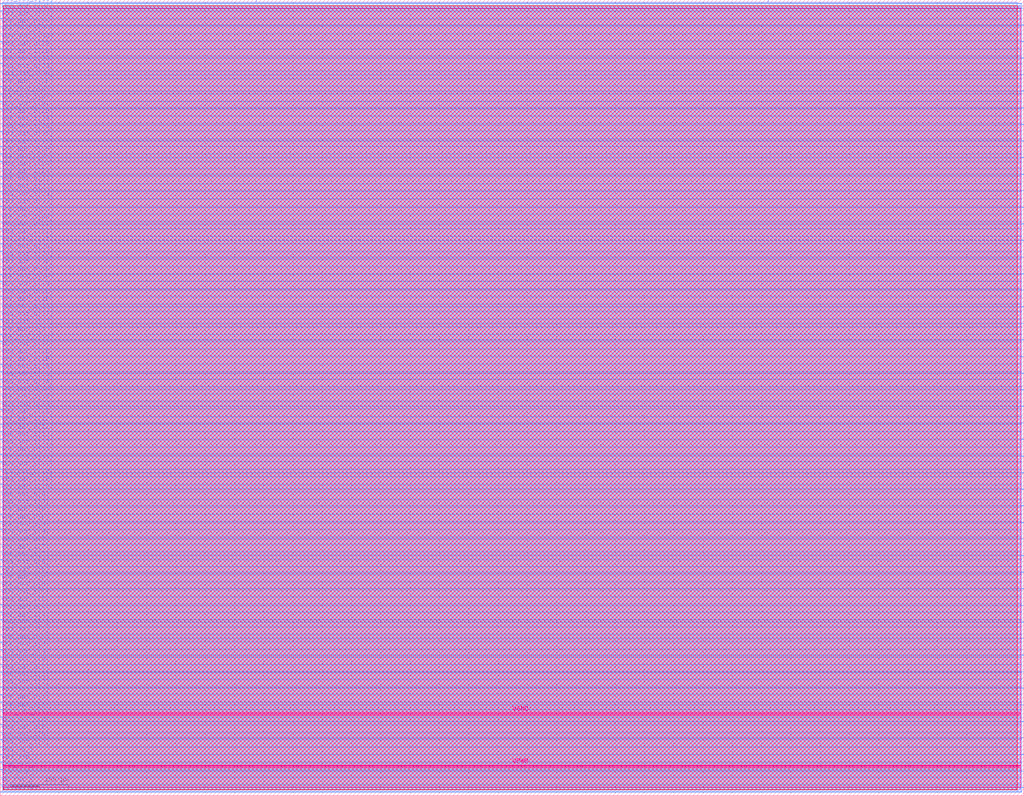
<source format=lef>
VERSION 5.7 ;
  NOWIREEXTENSIONATPIN ON ;
  DIVIDERCHAR "/" ;
  BUSBITCHARS "[]" ;
MACRO pyfive_top
  CLASS BLOCK ;
  FOREIGN pyfive_top ;
  ORIGIN 0.000 0.000 ;
  SIZE 1748.000 BY 1360.000 ;
  PIN io_in[0]
    DIRECTION INPUT ;
    PORT
      LAYER met3 ;
        RECT 1744.000 13.640 1748.000 14.240 ;
    END
  END io_in[0]
  PIN io_in[10]
    DIRECTION INPUT ;
    PORT
      LAYER met3 ;
        RECT 1744.000 863.640 1748.000 864.240 ;
    END
  END io_in[10]
  PIN io_in[11]
    DIRECTION INPUT ;
    PORT
      LAYER met3 ;
        RECT 1744.000 948.640 1748.000 949.240 ;
    END
  END io_in[11]
  PIN io_in[12]
    DIRECTION INPUT ;
    PORT
      LAYER met3 ;
        RECT 1744.000 1033.640 1748.000 1034.240 ;
    END
  END io_in[12]
  PIN io_in[13]
    DIRECTION INPUT ;
    PORT
      LAYER met3 ;
        RECT 1744.000 1118.640 1748.000 1119.240 ;
    END
  END io_in[13]
  PIN io_in[14]
    DIRECTION INPUT ;
    PORT
      LAYER met3 ;
        RECT 1744.000 1203.640 1748.000 1204.240 ;
    END
  END io_in[14]
  PIN io_in[15]
    DIRECTION INPUT ;
    PORT
      LAYER met3 ;
        RECT 1744.000 1288.640 1748.000 1289.240 ;
    END
  END io_in[15]
  PIN io_in[1]
    DIRECTION INPUT ;
    PORT
      LAYER met3 ;
        RECT 1744.000 98.640 1748.000 99.240 ;
    END
  END io_in[1]
  PIN io_in[2]
    DIRECTION INPUT ;
    PORT
      LAYER met3 ;
        RECT 1744.000 183.640 1748.000 184.240 ;
    END
  END io_in[2]
  PIN io_in[3]
    DIRECTION INPUT ;
    PORT
      LAYER met3 ;
        RECT 1744.000 268.640 1748.000 269.240 ;
    END
  END io_in[3]
  PIN io_in[4]
    DIRECTION INPUT ;
    PORT
      LAYER met3 ;
        RECT 1744.000 353.640 1748.000 354.240 ;
    END
  END io_in[4]
  PIN io_in[5]
    DIRECTION INPUT ;
    PORT
      LAYER met3 ;
        RECT 1744.000 438.640 1748.000 439.240 ;
    END
  END io_in[5]
  PIN io_in[6]
    DIRECTION INPUT ;
    PORT
      LAYER met3 ;
        RECT 1744.000 523.640 1748.000 524.240 ;
    END
  END io_in[6]
  PIN io_in[7]
    DIRECTION INPUT ;
    PORT
      LAYER met3 ;
        RECT 1744.000 608.640 1748.000 609.240 ;
    END
  END io_in[7]
  PIN io_in[8]
    DIRECTION INPUT ;
    PORT
      LAYER met3 ;
        RECT 1744.000 693.640 1748.000 694.240 ;
    END
  END io_in[8]
  PIN io_in[9]
    DIRECTION INPUT ;
    PORT
      LAYER met3 ;
        RECT 1744.000 778.640 1748.000 779.240 ;
    END
  END io_in[9]
  PIN io_oeb[0]
    DIRECTION OUTPUT TRISTATE ;
    PORT
      LAYER met3 ;
        RECT 1744.000 41.520 1748.000 42.120 ;
    END
  END io_oeb[0]
  PIN io_oeb[10]
    DIRECTION OUTPUT TRISTATE ;
    PORT
      LAYER met3 ;
        RECT 1744.000 891.520 1748.000 892.120 ;
    END
  END io_oeb[10]
  PIN io_oeb[11]
    DIRECTION OUTPUT TRISTATE ;
    PORT
      LAYER met3 ;
        RECT 1744.000 976.520 1748.000 977.120 ;
    END
  END io_oeb[11]
  PIN io_oeb[12]
    DIRECTION OUTPUT TRISTATE ;
    PORT
      LAYER met3 ;
        RECT 1744.000 1061.520 1748.000 1062.120 ;
    END
  END io_oeb[12]
  PIN io_oeb[13]
    DIRECTION OUTPUT TRISTATE ;
    PORT
      LAYER met3 ;
        RECT 1744.000 1146.520 1748.000 1147.120 ;
    END
  END io_oeb[13]
  PIN io_oeb[14]
    DIRECTION OUTPUT TRISTATE ;
    PORT
      LAYER met3 ;
        RECT 1744.000 1231.520 1748.000 1232.120 ;
    END
  END io_oeb[14]
  PIN io_oeb[15]
    DIRECTION OUTPUT TRISTATE ;
    PORT
      LAYER met3 ;
        RECT 1744.000 1316.520 1748.000 1317.120 ;
    END
  END io_oeb[15]
  PIN io_oeb[1]
    DIRECTION OUTPUT TRISTATE ;
    PORT
      LAYER met3 ;
        RECT 1744.000 126.520 1748.000 127.120 ;
    END
  END io_oeb[1]
  PIN io_oeb[2]
    DIRECTION OUTPUT TRISTATE ;
    PORT
      LAYER met3 ;
        RECT 1744.000 211.520 1748.000 212.120 ;
    END
  END io_oeb[2]
  PIN io_oeb[3]
    DIRECTION OUTPUT TRISTATE ;
    PORT
      LAYER met3 ;
        RECT 1744.000 296.520 1748.000 297.120 ;
    END
  END io_oeb[3]
  PIN io_oeb[4]
    DIRECTION OUTPUT TRISTATE ;
    PORT
      LAYER met3 ;
        RECT 1744.000 381.520 1748.000 382.120 ;
    END
  END io_oeb[4]
  PIN io_oeb[5]
    DIRECTION OUTPUT TRISTATE ;
    PORT
      LAYER met3 ;
        RECT 1744.000 466.520 1748.000 467.120 ;
    END
  END io_oeb[5]
  PIN io_oeb[6]
    DIRECTION OUTPUT TRISTATE ;
    PORT
      LAYER met3 ;
        RECT 1744.000 551.520 1748.000 552.120 ;
    END
  END io_oeb[6]
  PIN io_oeb[7]
    DIRECTION OUTPUT TRISTATE ;
    PORT
      LAYER met3 ;
        RECT 1744.000 636.520 1748.000 637.120 ;
    END
  END io_oeb[7]
  PIN io_oeb[8]
    DIRECTION OUTPUT TRISTATE ;
    PORT
      LAYER met3 ;
        RECT 1744.000 721.520 1748.000 722.120 ;
    END
  END io_oeb[8]
  PIN io_oeb[9]
    DIRECTION OUTPUT TRISTATE ;
    PORT
      LAYER met3 ;
        RECT 1744.000 806.520 1748.000 807.120 ;
    END
  END io_oeb[9]
  PIN io_out[0]
    DIRECTION OUTPUT TRISTATE ;
    PORT
      LAYER met3 ;
        RECT 1744.000 70.080 1748.000 70.680 ;
    END
  END io_out[0]
  PIN io_out[10]
    DIRECTION OUTPUT TRISTATE ;
    PORT
      LAYER met3 ;
        RECT 1744.000 920.080 1748.000 920.680 ;
    END
  END io_out[10]
  PIN io_out[11]
    DIRECTION OUTPUT TRISTATE ;
    PORT
      LAYER met3 ;
        RECT 1744.000 1005.080 1748.000 1005.680 ;
    END
  END io_out[11]
  PIN io_out[12]
    DIRECTION OUTPUT TRISTATE ;
    PORT
      LAYER met3 ;
        RECT 1744.000 1090.080 1748.000 1090.680 ;
    END
  END io_out[12]
  PIN io_out[13]
    DIRECTION OUTPUT TRISTATE ;
    PORT
      LAYER met3 ;
        RECT 1744.000 1175.080 1748.000 1175.680 ;
    END
  END io_out[13]
  PIN io_out[14]
    DIRECTION OUTPUT TRISTATE ;
    PORT
      LAYER met3 ;
        RECT 1744.000 1260.080 1748.000 1260.680 ;
    END
  END io_out[14]
  PIN io_out[15]
    DIRECTION OUTPUT TRISTATE ;
    PORT
      LAYER met3 ;
        RECT 1744.000 1345.080 1748.000 1345.680 ;
    END
  END io_out[15]
  PIN io_out[1]
    DIRECTION OUTPUT TRISTATE ;
    PORT
      LAYER met3 ;
        RECT 1744.000 155.080 1748.000 155.680 ;
    END
  END io_out[1]
  PIN io_out[2]
    DIRECTION OUTPUT TRISTATE ;
    PORT
      LAYER met3 ;
        RECT 1744.000 240.080 1748.000 240.680 ;
    END
  END io_out[2]
  PIN io_out[3]
    DIRECTION OUTPUT TRISTATE ;
    PORT
      LAYER met3 ;
        RECT 1744.000 325.080 1748.000 325.680 ;
    END
  END io_out[3]
  PIN io_out[4]
    DIRECTION OUTPUT TRISTATE ;
    PORT
      LAYER met3 ;
        RECT 1744.000 410.080 1748.000 410.680 ;
    END
  END io_out[4]
  PIN io_out[5]
    DIRECTION OUTPUT TRISTATE ;
    PORT
      LAYER met3 ;
        RECT 1744.000 495.080 1748.000 495.680 ;
    END
  END io_out[5]
  PIN io_out[6]
    DIRECTION OUTPUT TRISTATE ;
    PORT
      LAYER met3 ;
        RECT 1744.000 580.080 1748.000 580.680 ;
    END
  END io_out[6]
  PIN io_out[7]
    DIRECTION OUTPUT TRISTATE ;
    PORT
      LAYER met3 ;
        RECT 1744.000 665.080 1748.000 665.680 ;
    END
  END io_out[7]
  PIN io_out[8]
    DIRECTION OUTPUT TRISTATE ;
    PORT
      LAYER met3 ;
        RECT 1744.000 750.080 1748.000 750.680 ;
    END
  END io_out[8]
  PIN io_out[9]
    DIRECTION OUTPUT TRISTATE ;
    PORT
      LAYER met3 ;
        RECT 1744.000 835.080 1748.000 835.680 ;
    END
  END io_out[9]
  PIN one
    DIRECTION OUTPUT TRISTATE ;
    PORT
      LAYER met2 ;
        RECT 1311.090 1356.000 1311.370 1360.000 ;
    END
  END one
  PIN wb_clk_i
    DIRECTION INPUT ;
    PORT
      LAYER met3 ;
        RECT 0.000 6.160 4.000 6.760 ;
    END
  END wb_clk_i
  PIN wb_rst_i
    DIRECTION INPUT ;
    PORT
      LAYER met3 ;
        RECT 0.000 18.400 4.000 19.000 ;
    END
  END wb_rst_i
  PIN wbs_ack_o
    DIRECTION OUTPUT TRISTATE ;
    PORT
      LAYER met3 ;
        RECT 0.000 31.320 4.000 31.920 ;
    END
  END wbs_ack_o
  PIN wbs_adr_i[0]
    DIRECTION INPUT ;
    PORT
      LAYER met3 ;
        RECT 0.000 83.000 4.000 83.600 ;
    END
  END wbs_adr_i[0]
  PIN wbs_adr_i[10]
    DIRECTION INPUT ;
    PORT
      LAYER met3 ;
        RECT 0.000 518.880 4.000 519.480 ;
    END
  END wbs_adr_i[10]
  PIN wbs_adr_i[11]
    DIRECTION INPUT ;
    PORT
      LAYER met3 ;
        RECT 0.000 557.640 4.000 558.240 ;
    END
  END wbs_adr_i[11]
  PIN wbs_adr_i[12]
    DIRECTION INPUT ;
    PORT
      LAYER met3 ;
        RECT 0.000 595.720 4.000 596.320 ;
    END
  END wbs_adr_i[12]
  PIN wbs_adr_i[13]
    DIRECTION INPUT ;
    PORT
      LAYER met3 ;
        RECT 0.000 634.480 4.000 635.080 ;
    END
  END wbs_adr_i[13]
  PIN wbs_adr_i[14]
    DIRECTION INPUT ;
    PORT
      LAYER met3 ;
        RECT 0.000 673.240 4.000 673.840 ;
    END
  END wbs_adr_i[14]
  PIN wbs_adr_i[15]
    DIRECTION INPUT ;
    PORT
      LAYER met3 ;
        RECT 0.000 711.320 4.000 711.920 ;
    END
  END wbs_adr_i[15]
  PIN wbs_adr_i[16]
    DIRECTION INPUT ;
    PORT
      LAYER met3 ;
        RECT 0.000 750.080 4.000 750.680 ;
    END
  END wbs_adr_i[16]
  PIN wbs_adr_i[17]
    DIRECTION INPUT ;
    PORT
      LAYER met3 ;
        RECT 0.000 788.160 4.000 788.760 ;
    END
  END wbs_adr_i[17]
  PIN wbs_adr_i[18]
    DIRECTION INPUT ;
    PORT
      LAYER met3 ;
        RECT 0.000 826.920 4.000 827.520 ;
    END
  END wbs_adr_i[18]
  PIN wbs_adr_i[19]
    DIRECTION INPUT ;
    PORT
      LAYER met3 ;
        RECT 0.000 865.680 4.000 866.280 ;
    END
  END wbs_adr_i[19]
  PIN wbs_adr_i[1]
    DIRECTION INPUT ;
    PORT
      LAYER met3 ;
        RECT 0.000 134.000 4.000 134.600 ;
    END
  END wbs_adr_i[1]
  PIN wbs_adr_i[20]
    DIRECTION INPUT ;
    PORT
      LAYER met3 ;
        RECT 0.000 903.760 4.000 904.360 ;
    END
  END wbs_adr_i[20]
  PIN wbs_adr_i[21]
    DIRECTION INPUT ;
    PORT
      LAYER met3 ;
        RECT 0.000 942.520 4.000 943.120 ;
    END
  END wbs_adr_i[21]
  PIN wbs_adr_i[22]
    DIRECTION INPUT ;
    PORT
      LAYER met3 ;
        RECT 0.000 980.600 4.000 981.200 ;
    END
  END wbs_adr_i[22]
  PIN wbs_adr_i[23]
    DIRECTION INPUT ;
    PORT
      LAYER met3 ;
        RECT 0.000 1019.360 4.000 1019.960 ;
    END
  END wbs_adr_i[23]
  PIN wbs_adr_i[24]
    DIRECTION INPUT ;
    PORT
      LAYER met3 ;
        RECT 0.000 1058.120 4.000 1058.720 ;
    END
  END wbs_adr_i[24]
  PIN wbs_adr_i[25]
    DIRECTION INPUT ;
    PORT
      LAYER met3 ;
        RECT 0.000 1096.200 4.000 1096.800 ;
    END
  END wbs_adr_i[25]
  PIN wbs_adr_i[26]
    DIRECTION INPUT ;
    PORT
      LAYER met3 ;
        RECT 0.000 1134.960 4.000 1135.560 ;
    END
  END wbs_adr_i[26]
  PIN wbs_adr_i[27]
    DIRECTION INPUT ;
    PORT
      LAYER met3 ;
        RECT 0.000 1173.040 4.000 1173.640 ;
    END
  END wbs_adr_i[27]
  PIN wbs_adr_i[28]
    DIRECTION INPUT ;
    PORT
      LAYER met3 ;
        RECT 0.000 1211.800 4.000 1212.400 ;
    END
  END wbs_adr_i[28]
  PIN wbs_adr_i[29]
    DIRECTION INPUT ;
    PORT
      LAYER met3 ;
        RECT 0.000 1250.560 4.000 1251.160 ;
    END
  END wbs_adr_i[29]
  PIN wbs_adr_i[2]
    DIRECTION INPUT ;
    PORT
      LAYER met3 ;
        RECT 0.000 185.680 4.000 186.280 ;
    END
  END wbs_adr_i[2]
  PIN wbs_adr_i[30]
    DIRECTION INPUT ;
    PORT
      LAYER met3 ;
        RECT 0.000 1288.640 4.000 1289.240 ;
    END
  END wbs_adr_i[30]
  PIN wbs_adr_i[31]
    DIRECTION INPUT ;
    PORT
      LAYER met3 ;
        RECT 0.000 1327.400 4.000 1328.000 ;
    END
  END wbs_adr_i[31]
  PIN wbs_adr_i[3]
    DIRECTION INPUT ;
    PORT
      LAYER met3 ;
        RECT 0.000 236.680 4.000 237.280 ;
    END
  END wbs_adr_i[3]
  PIN wbs_adr_i[4]
    DIRECTION INPUT ;
    PORT
      LAYER met3 ;
        RECT 0.000 288.360 4.000 288.960 ;
    END
  END wbs_adr_i[4]
  PIN wbs_adr_i[5]
    DIRECTION INPUT ;
    PORT
      LAYER met3 ;
        RECT 0.000 326.440 4.000 327.040 ;
    END
  END wbs_adr_i[5]
  PIN wbs_adr_i[6]
    DIRECTION INPUT ;
    PORT
      LAYER met3 ;
        RECT 0.000 365.200 4.000 365.800 ;
    END
  END wbs_adr_i[6]
  PIN wbs_adr_i[7]
    DIRECTION INPUT ;
    PORT
      LAYER met3 ;
        RECT 0.000 403.280 4.000 403.880 ;
    END
  END wbs_adr_i[7]
  PIN wbs_adr_i[8]
    DIRECTION INPUT ;
    PORT
      LAYER met3 ;
        RECT 0.000 442.040 4.000 442.640 ;
    END
  END wbs_adr_i[8]
  PIN wbs_adr_i[9]
    DIRECTION INPUT ;
    PORT
      LAYER met3 ;
        RECT 0.000 480.800 4.000 481.400 ;
    END
  END wbs_adr_i[9]
  PIN wbs_cyc_i
    DIRECTION INPUT ;
    PORT
      LAYER met3 ;
        RECT 0.000 44.240 4.000 44.840 ;
    END
  END wbs_cyc_i
  PIN wbs_dat_i[0]
    DIRECTION INPUT ;
    PORT
      LAYER met3 ;
        RECT 0.000 95.920 4.000 96.520 ;
    END
  END wbs_dat_i[0]
  PIN wbs_dat_i[10]
    DIRECTION INPUT ;
    PORT
      LAYER met3 ;
        RECT 0.000 531.800 4.000 532.400 ;
    END
  END wbs_dat_i[10]
  PIN wbs_dat_i[11]
    DIRECTION INPUT ;
    PORT
      LAYER met3 ;
        RECT 0.000 570.560 4.000 571.160 ;
    END
  END wbs_dat_i[11]
  PIN wbs_dat_i[12]
    DIRECTION INPUT ;
    PORT
      LAYER met3 ;
        RECT 0.000 608.640 4.000 609.240 ;
    END
  END wbs_dat_i[12]
  PIN wbs_dat_i[13]
    DIRECTION INPUT ;
    PORT
      LAYER met3 ;
        RECT 0.000 647.400 4.000 648.000 ;
    END
  END wbs_dat_i[13]
  PIN wbs_dat_i[14]
    DIRECTION INPUT ;
    PORT
      LAYER met3 ;
        RECT 0.000 686.160 4.000 686.760 ;
    END
  END wbs_dat_i[14]
  PIN wbs_dat_i[15]
    DIRECTION INPUT ;
    PORT
      LAYER met3 ;
        RECT 0.000 724.240 4.000 724.840 ;
    END
  END wbs_dat_i[15]
  PIN wbs_dat_i[16]
    DIRECTION INPUT ;
    PORT
      LAYER met3 ;
        RECT 0.000 763.000 4.000 763.600 ;
    END
  END wbs_dat_i[16]
  PIN wbs_dat_i[17]
    DIRECTION INPUT ;
    PORT
      LAYER met3 ;
        RECT 0.000 801.080 4.000 801.680 ;
    END
  END wbs_dat_i[17]
  PIN wbs_dat_i[18]
    DIRECTION INPUT ;
    PORT
      LAYER met3 ;
        RECT 0.000 839.840 4.000 840.440 ;
    END
  END wbs_dat_i[18]
  PIN wbs_dat_i[19]
    DIRECTION INPUT ;
    PORT
      LAYER met3 ;
        RECT 0.000 878.600 4.000 879.200 ;
    END
  END wbs_dat_i[19]
  PIN wbs_dat_i[1]
    DIRECTION INPUT ;
    PORT
      LAYER met3 ;
        RECT 0.000 146.920 4.000 147.520 ;
    END
  END wbs_dat_i[1]
  PIN wbs_dat_i[20]
    DIRECTION INPUT ;
    PORT
      LAYER met3 ;
        RECT 0.000 916.680 4.000 917.280 ;
    END
  END wbs_dat_i[20]
  PIN wbs_dat_i[21]
    DIRECTION INPUT ;
    PORT
      LAYER met3 ;
        RECT 0.000 955.440 4.000 956.040 ;
    END
  END wbs_dat_i[21]
  PIN wbs_dat_i[22]
    DIRECTION INPUT ;
    PORT
      LAYER met3 ;
        RECT 0.000 993.520 4.000 994.120 ;
    END
  END wbs_dat_i[22]
  PIN wbs_dat_i[23]
    DIRECTION INPUT ;
    PORT
      LAYER met3 ;
        RECT 0.000 1032.280 4.000 1032.880 ;
    END
  END wbs_dat_i[23]
  PIN wbs_dat_i[24]
    DIRECTION INPUT ;
    PORT
      LAYER met3 ;
        RECT 0.000 1071.040 4.000 1071.640 ;
    END
  END wbs_dat_i[24]
  PIN wbs_dat_i[25]
    DIRECTION INPUT ;
    PORT
      LAYER met3 ;
        RECT 0.000 1109.120 4.000 1109.720 ;
    END
  END wbs_dat_i[25]
  PIN wbs_dat_i[26]
    DIRECTION INPUT ;
    PORT
      LAYER met3 ;
        RECT 0.000 1147.880 4.000 1148.480 ;
    END
  END wbs_dat_i[26]
  PIN wbs_dat_i[27]
    DIRECTION INPUT ;
    PORT
      LAYER met3 ;
        RECT 0.000 1185.960 4.000 1186.560 ;
    END
  END wbs_dat_i[27]
  PIN wbs_dat_i[28]
    DIRECTION INPUT ;
    PORT
      LAYER met3 ;
        RECT 0.000 1224.720 4.000 1225.320 ;
    END
  END wbs_dat_i[28]
  PIN wbs_dat_i[29]
    DIRECTION INPUT ;
    PORT
      LAYER met3 ;
        RECT 0.000 1263.480 4.000 1264.080 ;
    END
  END wbs_dat_i[29]
  PIN wbs_dat_i[2]
    DIRECTION INPUT ;
    PORT
      LAYER met3 ;
        RECT 0.000 198.600 4.000 199.200 ;
    END
  END wbs_dat_i[2]
  PIN wbs_dat_i[30]
    DIRECTION INPUT ;
    PORT
      LAYER met3 ;
        RECT 0.000 1301.560 4.000 1302.160 ;
    END
  END wbs_dat_i[30]
  PIN wbs_dat_i[31]
    DIRECTION INPUT ;
    PORT
      LAYER met3 ;
        RECT 0.000 1340.320 4.000 1340.920 ;
    END
  END wbs_dat_i[31]
  PIN wbs_dat_i[3]
    DIRECTION INPUT ;
    PORT
      LAYER met3 ;
        RECT 0.000 249.600 4.000 250.200 ;
    END
  END wbs_dat_i[3]
  PIN wbs_dat_i[4]
    DIRECTION INPUT ;
    PORT
      LAYER met3 ;
        RECT 0.000 300.600 4.000 301.200 ;
    END
  END wbs_dat_i[4]
  PIN wbs_dat_i[5]
    DIRECTION INPUT ;
    PORT
      LAYER met3 ;
        RECT 0.000 339.360 4.000 339.960 ;
    END
  END wbs_dat_i[5]
  PIN wbs_dat_i[6]
    DIRECTION INPUT ;
    PORT
      LAYER met3 ;
        RECT 0.000 378.120 4.000 378.720 ;
    END
  END wbs_dat_i[6]
  PIN wbs_dat_i[7]
    DIRECTION INPUT ;
    PORT
      LAYER met3 ;
        RECT 0.000 416.200 4.000 416.800 ;
    END
  END wbs_dat_i[7]
  PIN wbs_dat_i[8]
    DIRECTION INPUT ;
    PORT
      LAYER met3 ;
        RECT 0.000 454.960 4.000 455.560 ;
    END
  END wbs_dat_i[8]
  PIN wbs_dat_i[9]
    DIRECTION INPUT ;
    PORT
      LAYER met3 ;
        RECT 0.000 493.040 4.000 493.640 ;
    END
  END wbs_dat_i[9]
  PIN wbs_dat_o[0]
    DIRECTION OUTPUT TRISTATE ;
    PORT
      LAYER met3 ;
        RECT 0.000 108.160 4.000 108.760 ;
    END
  END wbs_dat_o[0]
  PIN wbs_dat_o[10]
    DIRECTION OUTPUT TRISTATE ;
    PORT
      LAYER met3 ;
        RECT 0.000 544.720 4.000 545.320 ;
    END
  END wbs_dat_o[10]
  PIN wbs_dat_o[11]
    DIRECTION OUTPUT TRISTATE ;
    PORT
      LAYER met3 ;
        RECT 0.000 583.480 4.000 584.080 ;
    END
  END wbs_dat_o[11]
  PIN wbs_dat_o[12]
    DIRECTION OUTPUT TRISTATE ;
    PORT
      LAYER met3 ;
        RECT 0.000 621.560 4.000 622.160 ;
    END
  END wbs_dat_o[12]
  PIN wbs_dat_o[13]
    DIRECTION OUTPUT TRISTATE ;
    PORT
      LAYER met3 ;
        RECT 0.000 660.320 4.000 660.920 ;
    END
  END wbs_dat_o[13]
  PIN wbs_dat_o[14]
    DIRECTION OUTPUT TRISTATE ;
    PORT
      LAYER met3 ;
        RECT 0.000 698.400 4.000 699.000 ;
    END
  END wbs_dat_o[14]
  PIN wbs_dat_o[15]
    DIRECTION OUTPUT TRISTATE ;
    PORT
      LAYER met3 ;
        RECT 0.000 737.160 4.000 737.760 ;
    END
  END wbs_dat_o[15]
  PIN wbs_dat_o[16]
    DIRECTION OUTPUT TRISTATE ;
    PORT
      LAYER met3 ;
        RECT 0.000 775.920 4.000 776.520 ;
    END
  END wbs_dat_o[16]
  PIN wbs_dat_o[17]
    DIRECTION OUTPUT TRISTATE ;
    PORT
      LAYER met3 ;
        RECT 0.000 814.000 4.000 814.600 ;
    END
  END wbs_dat_o[17]
  PIN wbs_dat_o[18]
    DIRECTION OUTPUT TRISTATE ;
    PORT
      LAYER met3 ;
        RECT 0.000 852.760 4.000 853.360 ;
    END
  END wbs_dat_o[18]
  PIN wbs_dat_o[19]
    DIRECTION OUTPUT TRISTATE ;
    PORT
      LAYER met3 ;
        RECT 0.000 890.840 4.000 891.440 ;
    END
  END wbs_dat_o[19]
  PIN wbs_dat_o[1]
    DIRECTION OUTPUT TRISTATE ;
    PORT
      LAYER met3 ;
        RECT 0.000 159.840 4.000 160.440 ;
    END
  END wbs_dat_o[1]
  PIN wbs_dat_o[20]
    DIRECTION OUTPUT TRISTATE ;
    PORT
      LAYER met3 ;
        RECT 0.000 929.600 4.000 930.200 ;
    END
  END wbs_dat_o[20]
  PIN wbs_dat_o[21]
    DIRECTION OUTPUT TRISTATE ;
    PORT
      LAYER met3 ;
        RECT 0.000 968.360 4.000 968.960 ;
    END
  END wbs_dat_o[21]
  PIN wbs_dat_o[22]
    DIRECTION OUTPUT TRISTATE ;
    PORT
      LAYER met3 ;
        RECT 0.000 1006.440 4.000 1007.040 ;
    END
  END wbs_dat_o[22]
  PIN wbs_dat_o[23]
    DIRECTION OUTPUT TRISTATE ;
    PORT
      LAYER met3 ;
        RECT 0.000 1045.200 4.000 1045.800 ;
    END
  END wbs_dat_o[23]
  PIN wbs_dat_o[24]
    DIRECTION OUTPUT TRISTATE ;
    PORT
      LAYER met3 ;
        RECT 0.000 1083.280 4.000 1083.880 ;
    END
  END wbs_dat_o[24]
  PIN wbs_dat_o[25]
    DIRECTION OUTPUT TRISTATE ;
    PORT
      LAYER met3 ;
        RECT 0.000 1122.040 4.000 1122.640 ;
    END
  END wbs_dat_o[25]
  PIN wbs_dat_o[26]
    DIRECTION OUTPUT TRISTATE ;
    PORT
      LAYER met3 ;
        RECT 0.000 1160.800 4.000 1161.400 ;
    END
  END wbs_dat_o[26]
  PIN wbs_dat_o[27]
    DIRECTION OUTPUT TRISTATE ;
    PORT
      LAYER met3 ;
        RECT 0.000 1198.880 4.000 1199.480 ;
    END
  END wbs_dat_o[27]
  PIN wbs_dat_o[28]
    DIRECTION OUTPUT TRISTATE ;
    PORT
      LAYER met3 ;
        RECT 0.000 1237.640 4.000 1238.240 ;
    END
  END wbs_dat_o[28]
  PIN wbs_dat_o[29]
    DIRECTION OUTPUT TRISTATE ;
    PORT
      LAYER met3 ;
        RECT 0.000 1275.720 4.000 1276.320 ;
    END
  END wbs_dat_o[29]
  PIN wbs_dat_o[2]
    DIRECTION OUTPUT TRISTATE ;
    PORT
      LAYER met3 ;
        RECT 0.000 210.840 4.000 211.440 ;
    END
  END wbs_dat_o[2]
  PIN wbs_dat_o[30]
    DIRECTION OUTPUT TRISTATE ;
    PORT
      LAYER met3 ;
        RECT 0.000 1314.480 4.000 1315.080 ;
    END
  END wbs_dat_o[30]
  PIN wbs_dat_o[31]
    DIRECTION OUTPUT TRISTATE ;
    PORT
      LAYER met3 ;
        RECT 0.000 1353.240 4.000 1353.840 ;
    END
  END wbs_dat_o[31]
  PIN wbs_dat_o[3]
    DIRECTION OUTPUT TRISTATE ;
    PORT
      LAYER met3 ;
        RECT 0.000 262.520 4.000 263.120 ;
    END
  END wbs_dat_o[3]
  PIN wbs_dat_o[4]
    DIRECTION OUTPUT TRISTATE ;
    PORT
      LAYER met3 ;
        RECT 0.000 313.520 4.000 314.120 ;
    END
  END wbs_dat_o[4]
  PIN wbs_dat_o[5]
    DIRECTION OUTPUT TRISTATE ;
    PORT
      LAYER met3 ;
        RECT 0.000 352.280 4.000 352.880 ;
    END
  END wbs_dat_o[5]
  PIN wbs_dat_o[6]
    DIRECTION OUTPUT TRISTATE ;
    PORT
      LAYER met3 ;
        RECT 0.000 391.040 4.000 391.640 ;
    END
  END wbs_dat_o[6]
  PIN wbs_dat_o[7]
    DIRECTION OUTPUT TRISTATE ;
    PORT
      LAYER met3 ;
        RECT 0.000 429.120 4.000 429.720 ;
    END
  END wbs_dat_o[7]
  PIN wbs_dat_o[8]
    DIRECTION OUTPUT TRISTATE ;
    PORT
      LAYER met3 ;
        RECT 0.000 467.880 4.000 468.480 ;
    END
  END wbs_dat_o[8]
  PIN wbs_dat_o[9]
    DIRECTION OUTPUT TRISTATE ;
    PORT
      LAYER met3 ;
        RECT 0.000 505.960 4.000 506.560 ;
    END
  END wbs_dat_o[9]
  PIN wbs_sel_i[0]
    DIRECTION INPUT ;
    PORT
      LAYER met3 ;
        RECT 0.000 121.080 4.000 121.680 ;
    END
  END wbs_sel_i[0]
  PIN wbs_sel_i[1]
    DIRECTION INPUT ;
    PORT
      LAYER met3 ;
        RECT 0.000 172.760 4.000 173.360 ;
    END
  END wbs_sel_i[1]
  PIN wbs_sel_i[2]
    DIRECTION INPUT ;
    PORT
      LAYER met3 ;
        RECT 0.000 223.760 4.000 224.360 ;
    END
  END wbs_sel_i[2]
  PIN wbs_sel_i[3]
    DIRECTION INPUT ;
    PORT
      LAYER met3 ;
        RECT 0.000 275.440 4.000 276.040 ;
    END
  END wbs_sel_i[3]
  PIN wbs_stb_i
    DIRECTION INPUT ;
    PORT
      LAYER met3 ;
        RECT 0.000 57.160 4.000 57.760 ;
    END
  END wbs_stb_i
  PIN wbs_we_i
    DIRECTION INPUT ;
    PORT
      LAYER met3 ;
        RECT 0.000 70.080 4.000 70.680 ;
    END
  END wbs_we_i
  PIN zero
    DIRECTION OUTPUT TRISTATE ;
    PORT
      LAYER met2 ;
        RECT 437.090 1356.000 437.370 1360.000 ;
    END
  END zero
  PIN VPWR
    DIRECTION INPUT ;
    USE POWER ;
    PORT
      LAYER met5 ;
        RECT 5.520 49.200 1742.480 50.800 ;
    END
  END VPWR
  PIN VGND
    DIRECTION INPUT ;
    USE GROUND ;
    PORT
      LAYER met5 ;
        RECT 5.520 139.200 1742.480 140.800 ;
    END
  END VGND
  OBS
      LAYER li1 ;
        RECT 4.745 10.795 1742.480 1349.205 ;
      LAYER met1 ;
        RECT 4.210 6.500 1742.480 1349.360 ;
      LAYER met2 ;
        RECT 4.230 1355.720 436.810 1356.000 ;
        RECT 437.650 1355.720 1310.810 1356.000 ;
        RECT 1311.650 1355.720 1736.110 1356.000 ;
        RECT 4.230 6.275 1736.110 1355.720 ;
      LAYER met3 ;
        RECT 4.400 1352.840 1744.010 1353.705 ;
        RECT 4.000 1346.080 1744.010 1352.840 ;
        RECT 4.000 1344.680 1743.600 1346.080 ;
        RECT 4.000 1341.320 1744.010 1344.680 ;
        RECT 4.400 1339.920 1744.010 1341.320 ;
        RECT 4.000 1328.400 1744.010 1339.920 ;
        RECT 4.400 1327.000 1744.010 1328.400 ;
        RECT 4.000 1317.520 1744.010 1327.000 ;
        RECT 4.000 1316.120 1743.600 1317.520 ;
        RECT 4.000 1315.480 1744.010 1316.120 ;
        RECT 4.400 1314.080 1744.010 1315.480 ;
        RECT 4.000 1302.560 1744.010 1314.080 ;
        RECT 4.400 1301.160 1744.010 1302.560 ;
        RECT 4.000 1289.640 1744.010 1301.160 ;
        RECT 4.400 1288.240 1743.600 1289.640 ;
        RECT 4.000 1276.720 1744.010 1288.240 ;
        RECT 4.400 1275.320 1744.010 1276.720 ;
        RECT 4.000 1264.480 1744.010 1275.320 ;
        RECT 4.400 1263.080 1744.010 1264.480 ;
        RECT 4.000 1261.080 1744.010 1263.080 ;
        RECT 4.000 1259.680 1743.600 1261.080 ;
        RECT 4.000 1251.560 1744.010 1259.680 ;
        RECT 4.400 1250.160 1744.010 1251.560 ;
        RECT 4.000 1238.640 1744.010 1250.160 ;
        RECT 4.400 1237.240 1744.010 1238.640 ;
        RECT 4.000 1232.520 1744.010 1237.240 ;
        RECT 4.000 1231.120 1743.600 1232.520 ;
        RECT 4.000 1225.720 1744.010 1231.120 ;
        RECT 4.400 1224.320 1744.010 1225.720 ;
        RECT 4.000 1212.800 1744.010 1224.320 ;
        RECT 4.400 1211.400 1744.010 1212.800 ;
        RECT 4.000 1204.640 1744.010 1211.400 ;
        RECT 4.000 1203.240 1743.600 1204.640 ;
        RECT 4.000 1199.880 1744.010 1203.240 ;
        RECT 4.400 1198.480 1744.010 1199.880 ;
        RECT 4.000 1186.960 1744.010 1198.480 ;
        RECT 4.400 1185.560 1744.010 1186.960 ;
        RECT 4.000 1176.080 1744.010 1185.560 ;
        RECT 4.000 1174.680 1743.600 1176.080 ;
        RECT 4.000 1174.040 1744.010 1174.680 ;
        RECT 4.400 1172.640 1744.010 1174.040 ;
        RECT 4.000 1161.800 1744.010 1172.640 ;
        RECT 4.400 1160.400 1744.010 1161.800 ;
        RECT 4.000 1148.880 1744.010 1160.400 ;
        RECT 4.400 1147.520 1744.010 1148.880 ;
        RECT 4.400 1147.480 1743.600 1147.520 ;
        RECT 4.000 1146.120 1743.600 1147.480 ;
        RECT 4.000 1135.960 1744.010 1146.120 ;
        RECT 4.400 1134.560 1744.010 1135.960 ;
        RECT 4.000 1123.040 1744.010 1134.560 ;
        RECT 4.400 1121.640 1744.010 1123.040 ;
        RECT 4.000 1119.640 1744.010 1121.640 ;
        RECT 4.000 1118.240 1743.600 1119.640 ;
        RECT 4.000 1110.120 1744.010 1118.240 ;
        RECT 4.400 1108.720 1744.010 1110.120 ;
        RECT 4.000 1097.200 1744.010 1108.720 ;
        RECT 4.400 1095.800 1744.010 1097.200 ;
        RECT 4.000 1091.080 1744.010 1095.800 ;
        RECT 4.000 1089.680 1743.600 1091.080 ;
        RECT 4.000 1084.280 1744.010 1089.680 ;
        RECT 4.400 1082.880 1744.010 1084.280 ;
        RECT 4.000 1072.040 1744.010 1082.880 ;
        RECT 4.400 1070.640 1744.010 1072.040 ;
        RECT 4.000 1062.520 1744.010 1070.640 ;
        RECT 4.000 1061.120 1743.600 1062.520 ;
        RECT 4.000 1059.120 1744.010 1061.120 ;
        RECT 4.400 1057.720 1744.010 1059.120 ;
        RECT 4.000 1046.200 1744.010 1057.720 ;
        RECT 4.400 1044.800 1744.010 1046.200 ;
        RECT 4.000 1034.640 1744.010 1044.800 ;
        RECT 4.000 1033.280 1743.600 1034.640 ;
        RECT 4.400 1033.240 1743.600 1033.280 ;
        RECT 4.400 1031.880 1744.010 1033.240 ;
        RECT 4.000 1020.360 1744.010 1031.880 ;
        RECT 4.400 1018.960 1744.010 1020.360 ;
        RECT 4.000 1007.440 1744.010 1018.960 ;
        RECT 4.400 1006.080 1744.010 1007.440 ;
        RECT 4.400 1006.040 1743.600 1006.080 ;
        RECT 4.000 1004.680 1743.600 1006.040 ;
        RECT 4.000 994.520 1744.010 1004.680 ;
        RECT 4.400 993.120 1744.010 994.520 ;
        RECT 4.000 981.600 1744.010 993.120 ;
        RECT 4.400 980.200 1744.010 981.600 ;
        RECT 4.000 977.520 1744.010 980.200 ;
        RECT 4.000 976.120 1743.600 977.520 ;
        RECT 4.000 969.360 1744.010 976.120 ;
        RECT 4.400 967.960 1744.010 969.360 ;
        RECT 4.000 956.440 1744.010 967.960 ;
        RECT 4.400 955.040 1744.010 956.440 ;
        RECT 4.000 949.640 1744.010 955.040 ;
        RECT 4.000 948.240 1743.600 949.640 ;
        RECT 4.000 943.520 1744.010 948.240 ;
        RECT 4.400 942.120 1744.010 943.520 ;
        RECT 4.000 930.600 1744.010 942.120 ;
        RECT 4.400 929.200 1744.010 930.600 ;
        RECT 4.000 921.080 1744.010 929.200 ;
        RECT 4.000 919.680 1743.600 921.080 ;
        RECT 4.000 917.680 1744.010 919.680 ;
        RECT 4.400 916.280 1744.010 917.680 ;
        RECT 4.000 904.760 1744.010 916.280 ;
        RECT 4.400 903.360 1744.010 904.760 ;
        RECT 4.000 892.520 1744.010 903.360 ;
        RECT 4.000 891.840 1743.600 892.520 ;
        RECT 4.400 891.120 1743.600 891.840 ;
        RECT 4.400 890.440 1744.010 891.120 ;
        RECT 4.000 879.600 1744.010 890.440 ;
        RECT 4.400 878.200 1744.010 879.600 ;
        RECT 4.000 866.680 1744.010 878.200 ;
        RECT 4.400 865.280 1744.010 866.680 ;
        RECT 4.000 864.640 1744.010 865.280 ;
        RECT 4.000 863.240 1743.600 864.640 ;
        RECT 4.000 853.760 1744.010 863.240 ;
        RECT 4.400 852.360 1744.010 853.760 ;
        RECT 4.000 840.840 1744.010 852.360 ;
        RECT 4.400 839.440 1744.010 840.840 ;
        RECT 4.000 836.080 1744.010 839.440 ;
        RECT 4.000 834.680 1743.600 836.080 ;
        RECT 4.000 827.920 1744.010 834.680 ;
        RECT 4.400 826.520 1744.010 827.920 ;
        RECT 4.000 815.000 1744.010 826.520 ;
        RECT 4.400 813.600 1744.010 815.000 ;
        RECT 4.000 807.520 1744.010 813.600 ;
        RECT 4.000 806.120 1743.600 807.520 ;
        RECT 4.000 802.080 1744.010 806.120 ;
        RECT 4.400 800.680 1744.010 802.080 ;
        RECT 4.000 789.160 1744.010 800.680 ;
        RECT 4.400 787.760 1744.010 789.160 ;
        RECT 4.000 779.640 1744.010 787.760 ;
        RECT 4.000 778.240 1743.600 779.640 ;
        RECT 4.000 776.920 1744.010 778.240 ;
        RECT 4.400 775.520 1744.010 776.920 ;
        RECT 4.000 764.000 1744.010 775.520 ;
        RECT 4.400 762.600 1744.010 764.000 ;
        RECT 4.000 751.080 1744.010 762.600 ;
        RECT 4.400 749.680 1743.600 751.080 ;
        RECT 4.000 738.160 1744.010 749.680 ;
        RECT 4.400 736.760 1744.010 738.160 ;
        RECT 4.000 725.240 1744.010 736.760 ;
        RECT 4.400 723.840 1744.010 725.240 ;
        RECT 4.000 722.520 1744.010 723.840 ;
        RECT 4.000 721.120 1743.600 722.520 ;
        RECT 4.000 712.320 1744.010 721.120 ;
        RECT 4.400 710.920 1744.010 712.320 ;
        RECT 4.000 699.400 1744.010 710.920 ;
        RECT 4.400 698.000 1744.010 699.400 ;
        RECT 4.000 694.640 1744.010 698.000 ;
        RECT 4.000 693.240 1743.600 694.640 ;
        RECT 4.000 687.160 1744.010 693.240 ;
        RECT 4.400 685.760 1744.010 687.160 ;
        RECT 4.000 674.240 1744.010 685.760 ;
        RECT 4.400 672.840 1744.010 674.240 ;
        RECT 4.000 666.080 1744.010 672.840 ;
        RECT 4.000 664.680 1743.600 666.080 ;
        RECT 4.000 661.320 1744.010 664.680 ;
        RECT 4.400 659.920 1744.010 661.320 ;
        RECT 4.000 648.400 1744.010 659.920 ;
        RECT 4.400 647.000 1744.010 648.400 ;
        RECT 4.000 637.520 1744.010 647.000 ;
        RECT 4.000 636.120 1743.600 637.520 ;
        RECT 4.000 635.480 1744.010 636.120 ;
        RECT 4.400 634.080 1744.010 635.480 ;
        RECT 4.000 622.560 1744.010 634.080 ;
        RECT 4.400 621.160 1744.010 622.560 ;
        RECT 4.000 609.640 1744.010 621.160 ;
        RECT 4.400 608.240 1743.600 609.640 ;
        RECT 4.000 596.720 1744.010 608.240 ;
        RECT 4.400 595.320 1744.010 596.720 ;
        RECT 4.000 584.480 1744.010 595.320 ;
        RECT 4.400 583.080 1744.010 584.480 ;
        RECT 4.000 581.080 1744.010 583.080 ;
        RECT 4.000 579.680 1743.600 581.080 ;
        RECT 4.000 571.560 1744.010 579.680 ;
        RECT 4.400 570.160 1744.010 571.560 ;
        RECT 4.000 558.640 1744.010 570.160 ;
        RECT 4.400 557.240 1744.010 558.640 ;
        RECT 4.000 552.520 1744.010 557.240 ;
        RECT 4.000 551.120 1743.600 552.520 ;
        RECT 4.000 545.720 1744.010 551.120 ;
        RECT 4.400 544.320 1744.010 545.720 ;
        RECT 4.000 532.800 1744.010 544.320 ;
        RECT 4.400 531.400 1744.010 532.800 ;
        RECT 4.000 524.640 1744.010 531.400 ;
        RECT 4.000 523.240 1743.600 524.640 ;
        RECT 4.000 519.880 1744.010 523.240 ;
        RECT 4.400 518.480 1744.010 519.880 ;
        RECT 4.000 506.960 1744.010 518.480 ;
        RECT 4.400 505.560 1744.010 506.960 ;
        RECT 4.000 496.080 1744.010 505.560 ;
        RECT 4.000 494.680 1743.600 496.080 ;
        RECT 4.000 494.040 1744.010 494.680 ;
        RECT 4.400 492.640 1744.010 494.040 ;
        RECT 4.000 481.800 1744.010 492.640 ;
        RECT 4.400 480.400 1744.010 481.800 ;
        RECT 4.000 468.880 1744.010 480.400 ;
        RECT 4.400 467.520 1744.010 468.880 ;
        RECT 4.400 467.480 1743.600 467.520 ;
        RECT 4.000 466.120 1743.600 467.480 ;
        RECT 4.000 455.960 1744.010 466.120 ;
        RECT 4.400 454.560 1744.010 455.960 ;
        RECT 4.000 443.040 1744.010 454.560 ;
        RECT 4.400 441.640 1744.010 443.040 ;
        RECT 4.000 439.640 1744.010 441.640 ;
        RECT 4.000 438.240 1743.600 439.640 ;
        RECT 4.000 430.120 1744.010 438.240 ;
        RECT 4.400 428.720 1744.010 430.120 ;
        RECT 4.000 417.200 1744.010 428.720 ;
        RECT 4.400 415.800 1744.010 417.200 ;
        RECT 4.000 411.080 1744.010 415.800 ;
        RECT 4.000 409.680 1743.600 411.080 ;
        RECT 4.000 404.280 1744.010 409.680 ;
        RECT 4.400 402.880 1744.010 404.280 ;
        RECT 4.000 392.040 1744.010 402.880 ;
        RECT 4.400 390.640 1744.010 392.040 ;
        RECT 4.000 382.520 1744.010 390.640 ;
        RECT 4.000 381.120 1743.600 382.520 ;
        RECT 4.000 379.120 1744.010 381.120 ;
        RECT 4.400 377.720 1744.010 379.120 ;
        RECT 4.000 366.200 1744.010 377.720 ;
        RECT 4.400 364.800 1744.010 366.200 ;
        RECT 4.000 354.640 1744.010 364.800 ;
        RECT 4.000 353.280 1743.600 354.640 ;
        RECT 4.400 353.240 1743.600 353.280 ;
        RECT 4.400 351.880 1744.010 353.240 ;
        RECT 4.000 340.360 1744.010 351.880 ;
        RECT 4.400 338.960 1744.010 340.360 ;
        RECT 4.000 327.440 1744.010 338.960 ;
        RECT 4.400 326.080 1744.010 327.440 ;
        RECT 4.400 326.040 1743.600 326.080 ;
        RECT 4.000 324.680 1743.600 326.040 ;
        RECT 4.000 314.520 1744.010 324.680 ;
        RECT 4.400 313.120 1744.010 314.520 ;
        RECT 4.000 301.600 1744.010 313.120 ;
        RECT 4.400 300.200 1744.010 301.600 ;
        RECT 4.000 297.520 1744.010 300.200 ;
        RECT 4.000 296.120 1743.600 297.520 ;
        RECT 4.000 289.360 1744.010 296.120 ;
        RECT 4.400 287.960 1744.010 289.360 ;
        RECT 4.000 276.440 1744.010 287.960 ;
        RECT 4.400 275.040 1744.010 276.440 ;
        RECT 4.000 269.640 1744.010 275.040 ;
        RECT 4.000 268.240 1743.600 269.640 ;
        RECT 4.000 263.520 1744.010 268.240 ;
        RECT 4.400 262.120 1744.010 263.520 ;
        RECT 4.000 250.600 1744.010 262.120 ;
        RECT 4.400 249.200 1744.010 250.600 ;
        RECT 4.000 241.080 1744.010 249.200 ;
        RECT 4.000 239.680 1743.600 241.080 ;
        RECT 4.000 237.680 1744.010 239.680 ;
        RECT 4.400 236.280 1744.010 237.680 ;
        RECT 4.000 224.760 1744.010 236.280 ;
        RECT 4.400 223.360 1744.010 224.760 ;
        RECT 4.000 212.520 1744.010 223.360 ;
        RECT 4.000 211.840 1743.600 212.520 ;
        RECT 4.400 211.120 1743.600 211.840 ;
        RECT 4.400 210.440 1744.010 211.120 ;
        RECT 4.000 199.600 1744.010 210.440 ;
        RECT 4.400 198.200 1744.010 199.600 ;
        RECT 4.000 186.680 1744.010 198.200 ;
        RECT 4.400 185.280 1744.010 186.680 ;
        RECT 4.000 184.640 1744.010 185.280 ;
        RECT 4.000 183.240 1743.600 184.640 ;
        RECT 4.000 173.760 1744.010 183.240 ;
        RECT 4.400 172.360 1744.010 173.760 ;
        RECT 4.000 160.840 1744.010 172.360 ;
        RECT 4.400 159.440 1744.010 160.840 ;
        RECT 4.000 156.080 1744.010 159.440 ;
        RECT 4.000 154.680 1743.600 156.080 ;
        RECT 4.000 147.920 1744.010 154.680 ;
        RECT 4.400 146.520 1744.010 147.920 ;
        RECT 4.000 135.000 1744.010 146.520 ;
        RECT 4.400 133.600 1744.010 135.000 ;
        RECT 4.000 127.520 1744.010 133.600 ;
        RECT 4.000 126.120 1743.600 127.520 ;
        RECT 4.000 122.080 1744.010 126.120 ;
        RECT 4.400 120.680 1744.010 122.080 ;
        RECT 4.000 109.160 1744.010 120.680 ;
        RECT 4.400 107.760 1744.010 109.160 ;
        RECT 4.000 99.640 1744.010 107.760 ;
        RECT 4.000 98.240 1743.600 99.640 ;
        RECT 4.000 96.920 1744.010 98.240 ;
        RECT 4.400 95.520 1744.010 96.920 ;
        RECT 4.000 84.000 1744.010 95.520 ;
        RECT 4.400 82.600 1744.010 84.000 ;
        RECT 4.000 71.080 1744.010 82.600 ;
        RECT 4.400 69.680 1743.600 71.080 ;
        RECT 4.000 58.160 1744.010 69.680 ;
        RECT 4.400 56.760 1744.010 58.160 ;
        RECT 4.000 45.240 1744.010 56.760 ;
        RECT 4.400 43.840 1744.010 45.240 ;
        RECT 4.000 42.520 1744.010 43.840 ;
        RECT 4.000 41.120 1743.600 42.520 ;
        RECT 4.000 32.320 1744.010 41.120 ;
        RECT 4.400 30.920 1744.010 32.320 ;
        RECT 4.000 19.400 1744.010 30.920 ;
        RECT 4.400 18.000 1744.010 19.400 ;
        RECT 4.000 14.640 1744.010 18.000 ;
        RECT 4.000 13.240 1743.600 14.640 ;
        RECT 4.000 7.160 1744.010 13.240 ;
        RECT 4.400 6.295 1744.010 7.160 ;
      LAYER met4 ;
        RECT 4.895 10.640 1736.170 1349.360 ;
      LAYER met5 ;
        RECT 5.520 142.400 1742.480 1345.800 ;
        RECT 5.520 52.400 1742.480 137.600 ;
        RECT 5.520 14.200 1742.480 47.600 ;
  END
END pyfive_top
END LIBRARY


</source>
